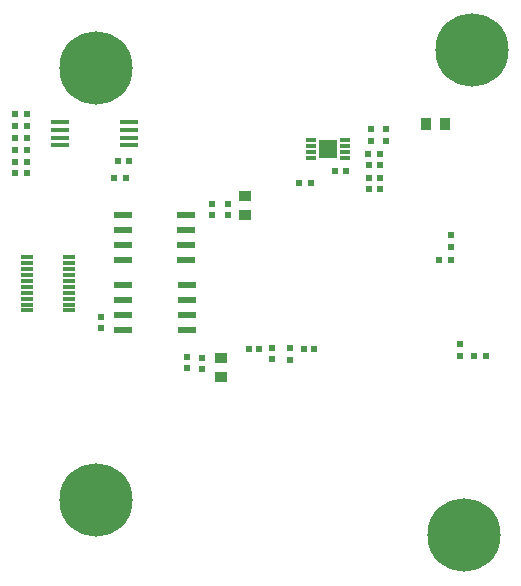
<source format=gbp>
G04*
G04 #@! TF.GenerationSoftware,Altium Limited,Altium Designer,24.4.1 (13)*
G04*
G04 Layer_Color=128*
%FSLAX44Y44*%
%MOMM*%
G71*
G04*
G04 #@! TF.SameCoordinates,5C204048-AA91-41EF-A6A1-2F145A8F5129*
G04*
G04*
G04 #@! TF.FilePolarity,Positive*
G04*
G01*
G75*
%ADD18R,0.5000X0.6000*%
%ADD19R,0.6000X0.5000*%
%ADD34R,0.9500X1.0000*%
%ADD35R,1.0000X0.9500*%
%ADD36R,0.6200X0.6000*%
%ADD38R,0.6000X0.6200*%
%ADD83R,1.5000X0.4500*%
%ADD84R,1.5500X0.6000*%
%ADD85R,0.8500X0.3000*%
%ADD86R,1.6000X1.6000*%
%ADD87R,1.1000X0.3000*%
%ADD88C,6.2000*%
%ADD89R,0.6200X0.5700*%
%ADD90R,0.6000X0.5500*%
D18*
X277000Y339500D02*
D03*
X267000D02*
D03*
X120000Y343710D02*
D03*
X110000D02*
D03*
X425000Y192500D02*
D03*
X415000D02*
D03*
X395500Y274431D02*
D03*
X385500D02*
D03*
X325250Y363750D02*
D03*
X335250D02*
D03*
X325500Y334250D02*
D03*
X335500D02*
D03*
Y354236D02*
D03*
X325500D02*
D03*
X335500Y343750D02*
D03*
X325500D02*
D03*
X36500Y387710D02*
D03*
X26500D02*
D03*
X36500Y377710D02*
D03*
X26500D02*
D03*
X36500Y347460D02*
D03*
X26500D02*
D03*
X26535Y397960D02*
D03*
X36535D02*
D03*
X26500Y367710D02*
D03*
X36500D02*
D03*
X26500Y357460D02*
D03*
X36500D02*
D03*
D19*
X403000Y202844D02*
D03*
Y192844D02*
D03*
X395000Y285000D02*
D03*
Y295000D02*
D03*
X327500Y375000D02*
D03*
Y385000D02*
D03*
X340000D02*
D03*
Y375000D02*
D03*
X258755Y189691D02*
D03*
Y199691D02*
D03*
X243755Y189961D02*
D03*
Y199961D02*
D03*
D34*
X374500Y389088D02*
D03*
X390500D02*
D03*
D35*
X200650Y174955D02*
D03*
Y190955D02*
D03*
X220624Y328550D02*
D03*
Y312550D02*
D03*
D36*
X193167D02*
D03*
Y321750D02*
D03*
X206778D02*
D03*
Y312550D02*
D03*
X184407Y191350D02*
D03*
Y182150D02*
D03*
X171518Y182500D02*
D03*
Y191700D02*
D03*
D38*
X113425Y358378D02*
D03*
X122625D02*
D03*
X306100Y349750D02*
D03*
X296900D02*
D03*
D83*
X64618Y390689D02*
D03*
X122618D02*
D03*
Y377689D02*
D03*
X64618Y371189D02*
D03*
Y377689D02*
D03*
Y384189D02*
D03*
X122618D02*
D03*
Y371189D02*
D03*
D84*
X171500Y215250D02*
D03*
Y240650D02*
D03*
X117500D02*
D03*
Y227950D02*
D03*
Y215250D02*
D03*
X171500Y227950D02*
D03*
Y253350D02*
D03*
X117500D02*
D03*
X171250Y274450D02*
D03*
X117250D02*
D03*
Y299850D02*
D03*
X171250Y312550D02*
D03*
Y299850D02*
D03*
Y287150D02*
D03*
X117250D02*
D03*
Y312550D02*
D03*
D85*
X276914Y360775D02*
D03*
Y365775D02*
D03*
Y370775D02*
D03*
Y375775D02*
D03*
X305914Y370775D02*
D03*
Y375775D02*
D03*
Y365775D02*
D03*
Y360775D02*
D03*
D86*
X291414Y368275D02*
D03*
D87*
X71500Y266500D02*
D03*
Y261500D02*
D03*
Y256500D02*
D03*
Y251500D02*
D03*
Y231500D02*
D03*
Y236500D02*
D03*
Y241500D02*
D03*
Y246500D02*
D03*
Y276500D02*
D03*
Y271500D02*
D03*
X36500D02*
D03*
Y276500D02*
D03*
Y246500D02*
D03*
Y241500D02*
D03*
Y236500D02*
D03*
Y231500D02*
D03*
Y251500D02*
D03*
Y256500D02*
D03*
Y261500D02*
D03*
Y266500D02*
D03*
D88*
X95000Y71000D02*
D03*
X406000Y41000D02*
D03*
X413000Y452000D02*
D03*
X95000Y437000D02*
D03*
D89*
X99000Y226250D02*
D03*
Y216650D02*
D03*
D90*
X279005Y198941D02*
D03*
X270505D02*
D03*
X224129Y199191D02*
D03*
X232629D02*
D03*
M02*

</source>
